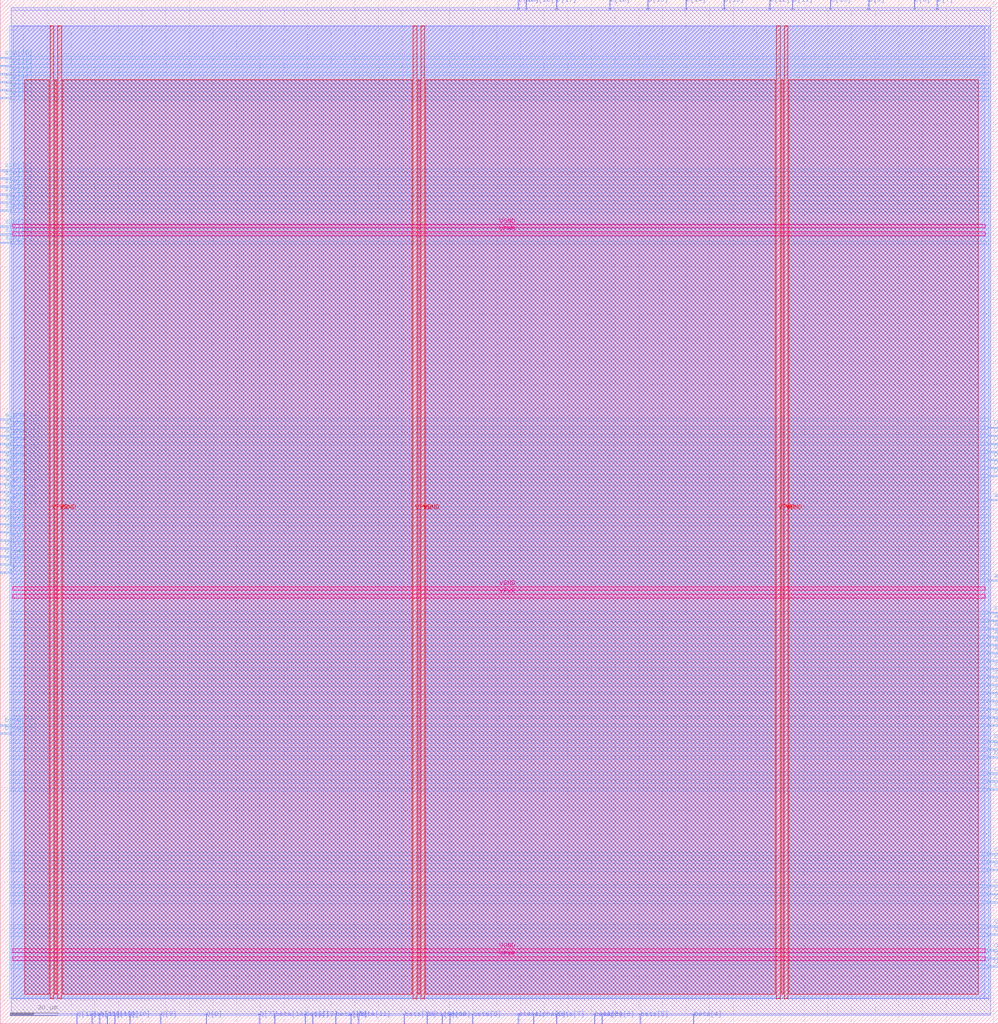
<source format=lef>
VERSION 5.7 ;
  NOWIREEXTENSIONATPIN ON ;
  DIVIDERCHAR "/" ;
  BUSBITCHARS "[]" ;
MACRO inverse_park
  CLASS BLOCK ;
  FOREIGN inverse_park ;
  ORIGIN 0.000 0.000 ;
  SIZE 422.065 BY 432.785 ;
  PIN D[0]
    DIRECTION INPUT ;
    USE SIGNAL ;
    ANTENNAGATEAREA 0.196500 ;
    PORT
      LAYER met3 ;
        RECT 418.065 231.240 422.065 231.840 ;
    END
  END D[0]
  PIN D[10]
    DIRECTION INPUT ;
    USE SIGNAL ;
    ANTENNAGATEAREA 0.213000 ;
    PORT
      LAYER met2 ;
        RECT 351.070 428.785 351.350 432.785 ;
    END
  END D[10]
  PIN D[11]
    DIRECTION INPUT ;
    USE SIGNAL ;
    ANTENNAGATEAREA 0.196500 ;
    PORT
      LAYER met2 ;
        RECT 334.970 428.785 335.250 432.785 ;
    END
  END D[11]
  PIN D[12]
    DIRECTION INPUT ;
    USE SIGNAL ;
    ANTENNAGATEAREA 0.196500 ;
    PORT
      LAYER met2 ;
        RECT 325.310 428.785 325.590 432.785 ;
    END
  END D[12]
  PIN D[13]
    DIRECTION INPUT ;
    USE SIGNAL ;
    ANTENNAGATEAREA 0.196500 ;
    PORT
      LAYER met2 ;
        RECT 305.990 428.785 306.270 432.785 ;
    END
  END D[13]
  PIN D[14]
    DIRECTION INPUT ;
    USE SIGNAL ;
    ANTENNAGATEAREA 0.159000 ;
    PORT
      LAYER met2 ;
        RECT 289.890 428.785 290.170 432.785 ;
    END
  END D[14]
  PIN D[15]
    DIRECTION INPUT ;
    USE SIGNAL ;
    ANTENNAGATEAREA 0.196500 ;
    PORT
      LAYER met2 ;
        RECT 273.790 428.785 274.070 432.785 ;
    END
  END D[15]
  PIN D[16]
    DIRECTION INPUT ;
    USE SIGNAL ;
    ANTENNAGATEAREA 0.196500 ;
    PORT
      LAYER met2 ;
        RECT 257.690 428.785 257.970 432.785 ;
    END
  END D[16]
  PIN D[17]
    DIRECTION INPUT ;
    USE SIGNAL ;
    ANTENNAGATEAREA 0.213000 ;
    PORT
      LAYER met2 ;
        RECT 235.150 428.785 235.430 432.785 ;
    END
  END D[17]
  PIN D[18]
    DIRECTION INPUT ;
    USE SIGNAL ;
    ANTENNAGATEAREA 0.159000 ;
    PORT
      LAYER met2 ;
        RECT 219.050 428.785 219.330 432.785 ;
    END
  END D[18]
  PIN D[1]
    DIRECTION INPUT ;
    USE SIGNAL ;
    ANTENNAGATEAREA 0.159000 ;
    PORT
      LAYER met3 ;
        RECT 418.065 234.640 422.065 235.240 ;
    END
  END D[1]
  PIN D[2]
    DIRECTION INPUT ;
    USE SIGNAL ;
    ANTENNAGATEAREA 0.213000 ;
    PORT
      LAYER met3 ;
        RECT 418.065 238.040 422.065 238.640 ;
    END
  END D[2]
  PIN D[3]
    DIRECTION INPUT ;
    USE SIGNAL ;
    ANTENNAGATEAREA 0.159000 ;
    PORT
      LAYER met3 ;
        RECT 418.065 241.440 422.065 242.040 ;
    END
  END D[3]
  PIN D[4]
    DIRECTION INPUT ;
    USE SIGNAL ;
    ANTENNAGATEAREA 0.196500 ;
    PORT
      LAYER met3 ;
        RECT 418.065 244.840 422.065 245.440 ;
    END
  END D[4]
  PIN D[5]
    DIRECTION INPUT ;
    USE SIGNAL ;
    ANTENNAGATEAREA 0.213000 ;
    PORT
      LAYER met3 ;
        RECT 418.065 248.240 422.065 248.840 ;
    END
  END D[5]
  PIN D[6]
    DIRECTION INPUT ;
    USE SIGNAL ;
    ANTENNAGATEAREA 0.196500 ;
    PORT
      LAYER met3 ;
        RECT 418.065 251.640 422.065 252.240 ;
    END
  END D[6]
  PIN D[7]
    DIRECTION INPUT ;
    USE SIGNAL ;
    ANTENNAGATEAREA 0.159000 ;
    PORT
      LAYER met2 ;
        RECT 396.150 428.785 396.430 432.785 ;
    END
  END D[7]
  PIN D[8]
    DIRECTION INPUT ;
    USE SIGNAL ;
    ANTENNAGATEAREA 0.196500 ;
    PORT
      LAYER met2 ;
        RECT 386.490 428.785 386.770 432.785 ;
    END
  END D[8]
  PIN D[9]
    DIRECTION INPUT ;
    USE SIGNAL ;
    ANTENNAGATEAREA 0.213000 ;
    PORT
      LAYER met2 ;
        RECT 367.170 428.785 367.450 432.785 ;
    END
  END D[9]
  PIN Q[0]
    DIRECTION INPUT ;
    USE SIGNAL ;
    ANTENNAGATEAREA 0.213000 ;
    PORT
      LAYER met3 ;
        RECT 418.065 40.840 422.065 41.440 ;
    END
  END Q[0]
  PIN Q[10]
    DIRECTION INPUT ;
    USE SIGNAL ;
    ANTENNAGATEAREA 0.213000 ;
    PORT
      LAYER met2 ;
        RECT 54.830 0.000 55.110 4.000 ;
    END
  END Q[10]
  PIN Q[11]
    DIRECTION INPUT ;
    USE SIGNAL ;
    ANTENNAGATEAREA 0.196500 ;
    PORT
      LAYER met2 ;
        RECT 41.950 0.000 42.230 4.000 ;
    END
  END Q[11]
  PIN Q[12]
    DIRECTION INPUT ;
    USE SIGNAL ;
    ANTENNAGATEAREA 0.196500 ;
    PORT
      LAYER met2 ;
        RECT 32.290 0.000 32.570 4.000 ;
    END
  END Q[12]
  PIN Q[13]
    DIRECTION INPUT ;
    USE SIGNAL ;
    ANTENNAGATEAREA 0.196500 ;
    PORT
      LAYER met3 ;
        RECT 0.000 207.440 4.000 208.040 ;
    END
  END Q[13]
  PIN Q[14]
    DIRECTION INPUT ;
    USE SIGNAL ;
    ANTENNAGATEAREA 0.247500 ;
    PORT
      LAYER met3 ;
        RECT 0.000 197.240 4.000 197.840 ;
    END
  END Q[14]
  PIN Q[15]
    DIRECTION INPUT ;
    USE SIGNAL ;
    ANTENNAGATEAREA 0.495000 ;
    PORT
      LAYER met3 ;
        RECT 0.000 193.840 4.000 194.440 ;
    END
  END Q[15]
  PIN Q[16]
    DIRECTION INPUT ;
    USE SIGNAL ;
    ANTENNAGATEAREA 0.495000 ;
    PORT
      LAYER met3 ;
        RECT 0.000 210.840 4.000 211.440 ;
    END
  END Q[16]
  PIN Q[17]
    DIRECTION INPUT ;
    USE SIGNAL ;
    ANTENNAGATEAREA 0.196500 ;
    PORT
      LAYER met3 ;
        RECT 0.000 200.640 4.000 201.240 ;
    END
  END Q[17]
  PIN Q[18]
    DIRECTION INPUT ;
    USE SIGNAL ;
    ANTENNAGATEAREA 0.196500 ;
    PORT
      LAYER met3 ;
        RECT 0.000 214.240 4.000 214.840 ;
    END
  END Q[18]
  PIN Q[1]
    DIRECTION INPUT ;
    USE SIGNAL ;
    ANTENNAGATEAREA 0.196500 ;
    PORT
      LAYER met3 ;
        RECT 418.065 37.440 422.065 38.040 ;
    END
  END Q[1]
  PIN Q[2]
    DIRECTION INPUT ;
    USE SIGNAL ;
    ANTENNAGATEAREA 0.159000 ;
    PORT
      LAYER met3 ;
        RECT 418.065 27.240 422.065 27.840 ;
    END
  END Q[2]
  PIN Q[3]
    DIRECTION INPUT ;
    USE SIGNAL ;
    ANTENNAGATEAREA 0.213000 ;
    PORT
      LAYER met3 ;
        RECT 418.065 23.840 422.065 24.440 ;
    END
  END Q[3]
  PIN Q[4]
    DIRECTION INPUT ;
    USE SIGNAL ;
    ANTENNAGATEAREA 0.196500 ;
    PORT
      LAYER met3 ;
        RECT 418.065 30.640 422.065 31.240 ;
    END
  END Q[4]
  PIN Q[5]
    DIRECTION INPUT ;
    USE SIGNAL ;
    ANTENNAGATEAREA 0.196500 ;
    PORT
      LAYER met2 ;
        RECT 148.210 0.000 148.490 4.000 ;
    END
  END Q[5]
  PIN Q[6]
    DIRECTION INPUT ;
    USE SIGNAL ;
    ANTENNAGATEAREA 0.196500 ;
    PORT
      LAYER met2 ;
        RECT 132.110 0.000 132.390 4.000 ;
    END
  END Q[6]
  PIN Q[7]
    DIRECTION INPUT ;
    USE SIGNAL ;
    ANTENNAGATEAREA 0.159000 ;
    PORT
      LAYER met2 ;
        RECT 109.570 0.000 109.850 4.000 ;
    END
  END Q[7]
  PIN Q[8]
    DIRECTION INPUT ;
    USE SIGNAL ;
    ANTENNAGATEAREA 0.196500 ;
    PORT
      LAYER met2 ;
        RECT 87.030 0.000 87.310 4.000 ;
    END
  END Q[8]
  PIN Q[9]
    DIRECTION INPUT ;
    USE SIGNAL ;
    ANTENNAGATEAREA 0.213000 ;
    PORT
      LAYER met2 ;
        RECT 67.710 0.000 67.990 4.000 ;
    END
  END Q[9]
  PIN VGND
    DIRECTION INOUT ;
    USE GROUND ;
    PORT
      LAYER met4 ;
        RECT 24.340 10.640 25.940 421.840 ;
    END
    PORT
      LAYER met4 ;
        RECT 177.940 10.640 179.540 421.840 ;
    END
    PORT
      LAYER met4 ;
        RECT 331.540 10.640 333.140 421.840 ;
    END
    PORT
      LAYER met5 ;
        RECT 5.280 30.030 416.540 31.630 ;
    END
    PORT
      LAYER met5 ;
        RECT 5.280 183.210 416.540 184.810 ;
    END
    PORT
      LAYER met5 ;
        RECT 5.280 336.390 416.540 337.990 ;
    END
  END VGND
  PIN VPWR
    DIRECTION INOUT ;
    USE POWER ;
    PORT
      LAYER met4 ;
        RECT 21.040 10.640 22.640 421.840 ;
    END
    PORT
      LAYER met4 ;
        RECT 174.640 10.640 176.240 421.840 ;
    END
    PORT
      LAYER met4 ;
        RECT 328.240 10.640 329.840 421.840 ;
    END
    PORT
      LAYER met5 ;
        RECT 5.280 26.730 416.540 28.330 ;
    END
    PORT
      LAYER met5 ;
        RECT 5.280 179.910 416.540 181.510 ;
    END
    PORT
      LAYER met5 ;
        RECT 5.280 333.090 416.540 334.690 ;
    END
  END VPWR
  PIN alpha[0]
    DIRECTION OUTPUT ;
    USE SIGNAL ;
    ANTENNADIFFAREA 0.445500 ;
    PORT
      LAYER met3 ;
        RECT 418.065 221.040 422.065 221.640 ;
    END
  END alpha[0]
  PIN alpha[10]
    DIRECTION OUTPUT ;
    USE SIGNAL ;
    ANTENNADIFFAREA 0.795200 ;
    PORT
      LAYER met3 ;
        RECT 0.000 231.240 4.000 231.840 ;
    END
  END alpha[10]
  PIN alpha[11]
    DIRECTION OUTPUT ;
    USE SIGNAL ;
    ANTENNADIFFAREA 0.795200 ;
    PORT
      LAYER met3 ;
        RECT 0.000 227.840 4.000 228.440 ;
    END
  END alpha[11]
  PIN alpha[12]
    DIRECTION OUTPUT ;
    USE SIGNAL ;
    ANTENNADIFFAREA 0.795200 ;
    PORT
      LAYER met3 ;
        RECT 0.000 238.040 4.000 238.640 ;
    END
  END alpha[12]
  PIN alpha[13]
    DIRECTION OUTPUT ;
    USE SIGNAL ;
    ANTENNADIFFAREA 0.795200 ;
    PORT
      LAYER met3 ;
        RECT 0.000 241.440 4.000 242.040 ;
    END
  END alpha[13]
  PIN alpha[14]
    DIRECTION OUTPUT ;
    USE SIGNAL ;
    ANTENNADIFFAREA 0.795200 ;
    PORT
      LAYER met3 ;
        RECT 0.000 255.040 4.000 255.640 ;
    END
  END alpha[14]
  PIN alpha[15]
    DIRECTION OUTPUT ;
    USE SIGNAL ;
    ANTENNADIFFAREA 0.795200 ;
    PORT
      LAYER met3 ;
        RECT 0.000 244.840 4.000 245.440 ;
    END
  END alpha[15]
  PIN alpha[16]
    DIRECTION OUTPUT ;
    USE SIGNAL ;
    ANTENNADIFFAREA 0.795200 ;
    PORT
      LAYER met3 ;
        RECT 0.000 251.640 4.000 252.240 ;
    END
  END alpha[16]
  PIN alpha[17]
    DIRECTION OUTPUT ;
    USE SIGNAL ;
    ANTENNADIFFAREA 0.795200 ;
    PORT
      LAYER met3 ;
        RECT 0.000 234.640 4.000 235.240 ;
    END
  END alpha[17]
  PIN alpha[18]
    DIRECTION OUTPUT ;
    USE SIGNAL ;
    ANTENNADIFFAREA 0.795200 ;
    PORT
      LAYER met3 ;
        RECT 0.000 248.240 4.000 248.840 ;
    END
  END alpha[18]
  PIN alpha[1]
    DIRECTION OUTPUT ;
    USE SIGNAL ;
    ANTENNADIFFAREA 0.795200 ;
    PORT
      LAYER met3 ;
        RECT 418.065 156.440 422.065 157.040 ;
    END
  END alpha[1]
  PIN alpha[2]
    DIRECTION OUTPUT ;
    USE SIGNAL ;
    ANTENNADIFFAREA 0.795200 ;
    PORT
      LAYER met3 ;
        RECT 418.065 170.040 422.065 170.640 ;
    END
  END alpha[2]
  PIN alpha[3]
    DIRECTION OUTPUT ;
    USE SIGNAL ;
    ANTENNADIFFAREA 0.795200 ;
    PORT
      LAYER met3 ;
        RECT 418.065 159.840 422.065 160.440 ;
    END
  END alpha[3]
  PIN alpha[4]
    DIRECTION OUTPUT ;
    USE SIGNAL ;
    ANTENNADIFFAREA 0.445500 ;
    PORT
      LAYER met3 ;
        RECT 418.065 163.240 422.065 163.840 ;
    END
  END alpha[4]
  PIN alpha[5]
    DIRECTION OUTPUT ;
    USE SIGNAL ;
    ANTENNADIFFAREA 0.795200 ;
    PORT
      LAYER met3 ;
        RECT 418.065 166.640 422.065 167.240 ;
    END
  END alpha[5]
  PIN alpha[6]
    DIRECTION OUTPUT ;
    USE SIGNAL ;
    ANTENNADIFFAREA 0.795200 ;
    PORT
      LAYER met2 ;
        RECT 254.470 0.000 254.750 4.000 ;
    END
  END alpha[6]
  PIN alpha[7]
    DIRECTION OUTPUT ;
    USE SIGNAL ;
    ANTENNADIFFAREA 0.795200 ;
    PORT
      LAYER met3 ;
        RECT 418.065 187.040 422.065 187.640 ;
    END
  END alpha[7]
  PIN alpha[8]
    DIRECTION OUTPUT ;
    USE SIGNAL ;
    ANTENNADIFFAREA 0.795200 ;
    PORT
      LAYER met2 ;
        RECT 225.490 0.000 225.770 4.000 ;
    END
  END alpha[8]
  PIN alpha[9]
    DIRECTION OUTPUT ;
    USE SIGNAL ;
    ANTENNADIFFAREA 0.795200 ;
    PORT
      LAYER met3 ;
        RECT 0.000 221.040 4.000 221.640 ;
    END
  END alpha[9]
  PIN beta[0]
    DIRECTION OUTPUT ;
    USE SIGNAL ;
    ANTENNADIFFAREA 0.795200 ;
    PORT
      LAYER met3 ;
        RECT 418.065 112.240 422.065 112.840 ;
    END
  END beta[0]
  PIN beta[10]
    DIRECTION OUTPUT ;
    USE SIGNAL ;
    ANTENNADIFFAREA 0.795200 ;
    PORT
      LAYER met2 ;
        RECT 170.750 0.000 171.030 4.000 ;
    END
  END beta[10]
  PIN beta[11]
    DIRECTION OUTPUT ;
    USE SIGNAL ;
    ANTENNADIFFAREA 0.795200 ;
    PORT
      LAYER met2 ;
        RECT 151.430 0.000 151.710 4.000 ;
    END
  END beta[11]
  PIN beta[12]
    DIRECTION OUTPUT ;
    USE SIGNAL ;
    ANTENNADIFFAREA 0.795200 ;
    PORT
      LAYER met2 ;
        RECT 141.770 0.000 142.050 4.000 ;
    END
  END beta[12]
  PIN beta[13]
    DIRECTION OUTPUT ;
    USE SIGNAL ;
    ANTENNADIFFAREA 0.795200 ;
    PORT
      LAYER met2 ;
        RECT 128.890 0.000 129.170 4.000 ;
    END
  END beta[13]
  PIN beta[14]
    DIRECTION OUTPUT ;
    USE SIGNAL ;
    ANTENNADIFFAREA 0.795200 ;
    PORT
      LAYER met2 ;
        RECT 116.010 0.000 116.290 4.000 ;
    END
  END beta[14]
  PIN beta[15]
    DIRECTION OUTPUT ;
    USE SIGNAL ;
    ANTENNADIFFAREA 0.795200 ;
    PORT
      LAYER met3 ;
        RECT 0.000 122.440 4.000 123.040 ;
    END
  END beta[15]
  PIN beta[16]
    DIRECTION OUTPUT ;
    USE SIGNAL ;
    ANTENNADIFFAREA 0.795200 ;
    PORT
      LAYER met3 ;
        RECT 0.000 125.840 4.000 126.440 ;
    END
  END beta[16]
  PIN beta[17]
    DIRECTION OUTPUT ;
    USE SIGNAL ;
    ANTENNADIFFAREA 0.795200 ;
    PORT
      LAYER met3 ;
        RECT 0.000 217.640 4.000 218.240 ;
    END
  END beta[17]
  PIN beta[18]
    DIRECTION OUTPUT ;
    USE SIGNAL ;
    ANTENNADIFFAREA 0.795200 ;
    PORT
      LAYER met3 ;
        RECT 0.000 224.440 4.000 225.040 ;
    END
  END beta[18]
  PIN beta[1]
    DIRECTION OUTPUT ;
    USE SIGNAL ;
    ANTENNADIFFAREA 0.795200 ;
    PORT
      LAYER met3 ;
        RECT 418.065 115.640 422.065 116.240 ;
    END
  END beta[1]
  PIN beta[2]
    DIRECTION OUTPUT ;
    USE SIGNAL ;
    ANTENNADIFFAREA 0.445500 ;
    PORT
      LAYER met3 ;
        RECT 418.065 125.840 422.065 126.440 ;
    END
  END beta[2]
  PIN beta[3]
    DIRECTION OUTPUT ;
    USE SIGNAL ;
    ANTENNADIFFAREA 0.795200 ;
    PORT
      LAYER met3 ;
        RECT 418.065 119.040 422.065 119.640 ;
    END
  END beta[3]
  PIN beta[4]
    DIRECTION OUTPUT ;
    USE SIGNAL ;
    ANTENNADIFFAREA 0.795200 ;
    PORT
      LAYER met2 ;
        RECT 293.110 0.000 293.390 4.000 ;
    END
  END beta[4]
  PIN beta[5]
    DIRECTION OUTPUT ;
    USE SIGNAL ;
    ANTENNADIFFAREA 0.795200 ;
    PORT
      LAYER met2 ;
        RECT 270.570 0.000 270.850 4.000 ;
    END
  END beta[5]
  PIN beta[6]
    DIRECTION OUTPUT ;
    USE SIGNAL ;
    ANTENNADIFFAREA 0.795200 ;
    PORT
      LAYER met2 ;
        RECT 251.250 0.000 251.530 4.000 ;
    END
  END beta[6]
  PIN beta[7]
    DIRECTION OUTPUT ;
    USE SIGNAL ;
    ANTENNADIFFAREA 0.795200 ;
    PORT
      LAYER met2 ;
        RECT 235.150 0.000 235.430 4.000 ;
    END
  END beta[7]
  PIN beta[8]
    DIRECTION OUTPUT ;
    USE SIGNAL ;
    ANTENNADIFFAREA 0.795200 ;
    PORT
      LAYER met2 ;
        RECT 199.730 0.000 200.010 4.000 ;
    END
  END beta[8]
  PIN beta[9]
    DIRECTION OUTPUT ;
    USE SIGNAL ;
    ANTENNADIFFAREA 0.795200 ;
    PORT
      LAYER met2 ;
        RECT 180.410 0.000 180.690 4.000 ;
    END
  END beta[9]
  PIN clk
    DIRECTION INPUT ;
    USE SIGNAL ;
    ANTENNAGATEAREA 0.852000 ;
    PORT
      LAYER met3 ;
        RECT 0.000 190.440 4.000 191.040 ;
    END
  END clk
  PIN cos[0]
    DIRECTION INPUT ;
    USE SIGNAL ;
    ANTENNAGATEAREA 0.247500 ;
    PORT
      LAYER met3 ;
        RECT 418.065 98.640 422.065 99.240 ;
    END
  END cos[0]
  PIN cos[10]
    DIRECTION INPUT ;
    USE SIGNAL ;
    ANTENNAGATEAREA 0.213000 ;
    PORT
      LAYER met2 ;
        RECT 45.170 0.000 45.450 4.000 ;
    END
  END cos[10]
  PIN cos[11]
    DIRECTION INPUT ;
    USE SIGNAL ;
    ANTENNAGATEAREA 0.159000 ;
    PORT
      LAYER met2 ;
        RECT 38.730 0.000 39.010 4.000 ;
    END
  END cos[11]
  PIN cos[12]
    DIRECTION INPUT ;
    USE SIGNAL ;
    ANTENNAGATEAREA 0.159000 ;
    PORT
      LAYER met3 ;
        RECT 0.000 404.640 4.000 405.240 ;
    END
  END cos[12]
  PIN cos[13]
    DIRECTION INPUT ;
    USE SIGNAL ;
    ANTENNAGATEAREA 0.126000 ;
    PORT
      LAYER met3 ;
        RECT 0.000 401.240 4.000 401.840 ;
    END
  END cos[13]
  PIN cos[14]
    DIRECTION INPUT ;
    USE SIGNAL ;
    ANTENNAGATEAREA 0.213000 ;
    PORT
      LAYER met3 ;
        RECT 0.000 397.840 4.000 398.440 ;
    END
  END cos[14]
  PIN cos[15]
    DIRECTION INPUT ;
    USE SIGNAL ;
    ANTENNAGATEAREA 0.196500 ;
    PORT
      LAYER met3 ;
        RECT 0.000 408.040 4.000 408.640 ;
    END
  END cos[15]
  PIN cos[16]
    DIRECTION INPUT ;
    USE SIGNAL ;
    ANTENNAGATEAREA 0.196500 ;
    PORT
      LAYER met3 ;
        RECT 0.000 394.440 4.000 395.040 ;
    END
  END cos[16]
  PIN cos[17]
    DIRECTION INPUT ;
    USE SIGNAL ;
    ANTENNAGATEAREA 0.196500 ;
    PORT
      LAYER met3 ;
        RECT 0.000 391.040 4.000 391.640 ;
    END
  END cos[17]
  PIN cos[18]
    DIRECTION INPUT ;
    USE SIGNAL ;
    ANTENNAGATEAREA 0.213000 ;
    PORT
      LAYER met2 ;
        RECT 186.850 0.000 187.130 4.000 ;
    END
  END cos[18]
  PIN cos[1]
    DIRECTION INPUT ;
    USE SIGNAL ;
    ANTENNAGATEAREA 0.742500 ;
    PORT
      LAYER met3 ;
        RECT 418.065 102.040 422.065 102.640 ;
    END
  END cos[1]
  PIN cos[2]
    DIRECTION INPUT ;
    USE SIGNAL ;
    ANTENNAGATEAREA 0.196500 ;
    PORT
      LAYER met3 ;
        RECT 418.065 105.440 422.065 106.040 ;
    END
  END cos[2]
  PIN cos[3]
    DIRECTION INPUT ;
    USE SIGNAL ;
    ANTENNAGATEAREA 0.213000 ;
    PORT
      LAYER met3 ;
        RECT 418.065 64.640 422.065 65.240 ;
    END
  END cos[3]
  PIN cos[4]
    DIRECTION INPUT ;
    USE SIGNAL ;
    ANTENNAGATEAREA 0.213000 ;
    PORT
      LAYER met3 ;
        RECT 418.065 68.040 422.065 68.640 ;
    END
  END cos[4]
  PIN cos[5]
    DIRECTION INPUT ;
    USE SIGNAL ;
    ANTENNAGATEAREA 0.196500 ;
    PORT
      LAYER met3 ;
        RECT 418.065 71.440 422.065 72.040 ;
    END
  END cos[5]
  PIN cos[6]
    DIRECTION INPUT ;
    USE SIGNAL ;
    ANTENNAGATEAREA 0.196500 ;
    PORT
      LAYER met3 ;
        RECT 418.065 51.040 422.065 51.640 ;
    END
  END cos[6]
  PIN cos[7]
    DIRECTION INPUT ;
    USE SIGNAL ;
    ANTENNAGATEAREA 0.196500 ;
    PORT
      LAYER met3 ;
        RECT 418.065 54.440 422.065 55.040 ;
    END
  END cos[7]
  PIN cos[8]
    DIRECTION INPUT ;
    USE SIGNAL ;
    ANTENNAGATEAREA 0.247500 ;
    PORT
      LAYER met3 ;
        RECT 418.065 57.840 422.065 58.440 ;
    END
  END cos[8]
  PIN cos[9]
    DIRECTION INPUT ;
    USE SIGNAL ;
    ANTENNAGATEAREA 0.247500 ;
    PORT
      LAYER met2 ;
        RECT 48.390 0.000 48.670 4.000 ;
    END
  END cos[9]
  PIN done
    DIRECTION OUTPUT ;
    USE SIGNAL ;
    ANTENNADIFFAREA 0.795200 ;
    PORT
      LAYER met2 ;
        RECT 190.070 0.000 190.350 4.000 ;
    END
  END done
  PIN rstb
    DIRECTION INPUT ;
    USE SIGNAL ;
    ANTENNAGATEAREA 0.159000 ;
    PORT
      LAYER met3 ;
        RECT 0.000 204.040 4.000 204.640 ;
    END
  END rstb
  PIN sin[0]
    DIRECTION INPUT ;
    USE SIGNAL ;
    ANTENNAGATEAREA 0.247500 ;
    PORT
      LAYER met3 ;
        RECT 418.065 129.240 422.065 129.840 ;
    END
  END sin[0]
  PIN sin[10]
    DIRECTION INPUT ;
    USE SIGNAL ;
    ANTENNAGATEAREA 0.247500 ;
    PORT
      LAYER met3 ;
        RECT 0.000 360.440 4.000 361.040 ;
    END
  END sin[10]
  PIN sin[11]
    DIRECTION INPUT ;
    USE SIGNAL ;
    ANTENNAGATEAREA 0.213000 ;
    PORT
      LAYER met3 ;
        RECT 0.000 357.040 4.000 357.640 ;
    END
  END sin[11]
  PIN sin[12]
    DIRECTION INPUT ;
    USE SIGNAL ;
    ANTENNAGATEAREA 0.247500 ;
    PORT
      LAYER met3 ;
        RECT 0.000 353.640 4.000 354.240 ;
    END
  END sin[12]
  PIN sin[13]
    DIRECTION INPUT ;
    USE SIGNAL ;
    ANTENNAGATEAREA 0.213000 ;
    PORT
      LAYER met3 ;
        RECT 0.000 350.240 4.000 350.840 ;
    END
  END sin[13]
  PIN sin[14]
    DIRECTION INPUT ;
    USE SIGNAL ;
    ANTENNAGATEAREA 0.213000 ;
    PORT
      LAYER met3 ;
        RECT 0.000 346.840 4.000 347.440 ;
    END
  END sin[14]
  PIN sin[15]
    DIRECTION INPUT ;
    USE SIGNAL ;
    ANTENNAGATEAREA 0.196500 ;
    PORT
      LAYER met3 ;
        RECT 0.000 336.640 4.000 337.240 ;
    END
  END sin[15]
  PIN sin[16]
    DIRECTION INPUT ;
    USE SIGNAL ;
    ANTENNAGATEAREA 0.196500 ;
    PORT
      LAYER met3 ;
        RECT 0.000 333.240 4.000 333.840 ;
    END
  END sin[16]
  PIN sin[17]
    DIRECTION INPUT ;
    USE SIGNAL ;
    ANTENNAGATEAREA 0.213000 ;
    PORT
      LAYER met3 ;
        RECT 0.000 329.840 4.000 330.440 ;
    END
  END sin[17]
  PIN sin[18]
    DIRECTION INPUT ;
    USE SIGNAL ;
    ANTENNAGATEAREA 0.213000 ;
    PORT
      LAYER met2 ;
        RECT 222.270 428.785 222.550 432.785 ;
    END
  END sin[18]
  PIN sin[1]
    DIRECTION INPUT ;
    USE SIGNAL ;
    ANTENNAGATEAREA 0.247500 ;
    PORT
      LAYER met3 ;
        RECT 418.065 132.640 422.065 133.240 ;
    END
  END sin[1]
  PIN sin[2]
    DIRECTION INPUT ;
    USE SIGNAL ;
    ANTENNAGATEAREA 0.213000 ;
    PORT
      LAYER met3 ;
        RECT 418.065 136.040 422.065 136.640 ;
    END
  END sin[2]
  PIN sin[3]
    DIRECTION INPUT ;
    USE SIGNAL ;
    ANTENNAGATEAREA 0.196500 ;
    PORT
      LAYER met3 ;
        RECT 418.065 173.440 422.065 174.040 ;
    END
  END sin[3]
  PIN sin[4]
    DIRECTION INPUT ;
    USE SIGNAL ;
    ANTENNAGATEAREA 0.196500 ;
    PORT
      LAYER met3 ;
        RECT 418.065 142.840 422.065 143.440 ;
    END
  END sin[4]
  PIN sin[5]
    DIRECTION INPUT ;
    USE SIGNAL ;
    ANTENNAGATEAREA 0.213000 ;
    PORT
      LAYER met3 ;
        RECT 418.065 139.440 422.065 140.040 ;
    END
  END sin[5]
  PIN sin[6]
    DIRECTION INPUT ;
    USE SIGNAL ;
    ANTENNAGATEAREA 0.196500 ;
    PORT
      LAYER met3 ;
        RECT 418.065 149.640 422.065 150.240 ;
    END
  END sin[6]
  PIN sin[7]
    DIRECTION INPUT ;
    USE SIGNAL ;
    ANTENNAGATEAREA 0.213000 ;
    PORT
      LAYER met3 ;
        RECT 418.065 153.040 422.065 153.640 ;
    END
  END sin[7]
  PIN sin[8]
    DIRECTION INPUT ;
    USE SIGNAL ;
    ANTENNAGATEAREA 0.213000 ;
    PORT
      LAYER met3 ;
        RECT 418.065 146.240 422.065 146.840 ;
    END
  END sin[8]
  PIN sin[9]
    DIRECTION INPUT ;
    USE SIGNAL ;
    ANTENNAGATEAREA 0.213000 ;
    PORT
      LAYER met3 ;
        RECT 0.000 343.440 4.000 344.040 ;
    END
  END sin[9]
  PIN start
    DIRECTION INPUT ;
    USE SIGNAL ;
    ANTENNAGATEAREA 0.196500 ;
    PORT
      LAYER met2 ;
        RECT 219.050 0.000 219.330 4.000 ;
    END
  END start
  OBS
      LAYER li1 ;
        RECT 5.520 10.795 416.300 421.685 ;
      LAYER met1 ;
        RECT 4.670 10.640 418.990 421.840 ;
      LAYER met2 ;
        RECT 4.690 428.505 218.770 429.490 ;
        RECT 219.610 428.505 221.990 429.490 ;
        RECT 222.830 428.505 234.870 429.490 ;
        RECT 235.710 428.505 257.410 429.490 ;
        RECT 258.250 428.505 273.510 429.490 ;
        RECT 274.350 428.505 289.610 429.490 ;
        RECT 290.450 428.505 305.710 429.490 ;
        RECT 306.550 428.505 325.030 429.490 ;
        RECT 325.870 428.505 334.690 429.490 ;
        RECT 335.530 428.505 350.790 429.490 ;
        RECT 351.630 428.505 366.890 429.490 ;
        RECT 367.730 428.505 386.210 429.490 ;
        RECT 387.050 428.505 395.870 429.490 ;
        RECT 396.710 428.505 418.960 429.490 ;
        RECT 4.690 4.280 418.960 428.505 ;
        RECT 4.690 3.670 32.010 4.280 ;
        RECT 32.850 3.670 38.450 4.280 ;
        RECT 39.290 3.670 41.670 4.280 ;
        RECT 42.510 3.670 44.890 4.280 ;
        RECT 45.730 3.670 48.110 4.280 ;
        RECT 48.950 3.670 54.550 4.280 ;
        RECT 55.390 3.670 67.430 4.280 ;
        RECT 68.270 3.670 86.750 4.280 ;
        RECT 87.590 3.670 109.290 4.280 ;
        RECT 110.130 3.670 115.730 4.280 ;
        RECT 116.570 3.670 128.610 4.280 ;
        RECT 129.450 3.670 131.830 4.280 ;
        RECT 132.670 3.670 141.490 4.280 ;
        RECT 142.330 3.670 147.930 4.280 ;
        RECT 148.770 3.670 151.150 4.280 ;
        RECT 151.990 3.670 170.470 4.280 ;
        RECT 171.310 3.670 180.130 4.280 ;
        RECT 180.970 3.670 186.570 4.280 ;
        RECT 187.410 3.670 189.790 4.280 ;
        RECT 190.630 3.670 199.450 4.280 ;
        RECT 200.290 3.670 218.770 4.280 ;
        RECT 219.610 3.670 225.210 4.280 ;
        RECT 226.050 3.670 234.870 4.280 ;
        RECT 235.710 3.670 250.970 4.280 ;
        RECT 251.810 3.670 254.190 4.280 ;
        RECT 255.030 3.670 270.290 4.280 ;
        RECT 271.130 3.670 292.830 4.280 ;
        RECT 293.670 3.670 418.960 4.280 ;
      LAYER met3 ;
        RECT 3.990 409.040 418.065 421.765 ;
        RECT 4.400 407.640 418.065 409.040 ;
        RECT 3.990 405.640 418.065 407.640 ;
        RECT 4.400 404.240 418.065 405.640 ;
        RECT 3.990 402.240 418.065 404.240 ;
        RECT 4.400 400.840 418.065 402.240 ;
        RECT 3.990 398.840 418.065 400.840 ;
        RECT 4.400 397.440 418.065 398.840 ;
        RECT 3.990 395.440 418.065 397.440 ;
        RECT 4.400 394.040 418.065 395.440 ;
        RECT 3.990 392.040 418.065 394.040 ;
        RECT 4.400 390.640 418.065 392.040 ;
        RECT 3.990 361.440 418.065 390.640 ;
        RECT 4.400 360.040 418.065 361.440 ;
        RECT 3.990 358.040 418.065 360.040 ;
        RECT 4.400 356.640 418.065 358.040 ;
        RECT 3.990 354.640 418.065 356.640 ;
        RECT 4.400 353.240 418.065 354.640 ;
        RECT 3.990 351.240 418.065 353.240 ;
        RECT 4.400 349.840 418.065 351.240 ;
        RECT 3.990 347.840 418.065 349.840 ;
        RECT 4.400 346.440 418.065 347.840 ;
        RECT 3.990 344.440 418.065 346.440 ;
        RECT 4.400 343.040 418.065 344.440 ;
        RECT 3.990 337.640 418.065 343.040 ;
        RECT 4.400 336.240 418.065 337.640 ;
        RECT 3.990 334.240 418.065 336.240 ;
        RECT 4.400 332.840 418.065 334.240 ;
        RECT 3.990 330.840 418.065 332.840 ;
        RECT 4.400 329.440 418.065 330.840 ;
        RECT 3.990 256.040 418.065 329.440 ;
        RECT 4.400 254.640 418.065 256.040 ;
        RECT 3.990 252.640 418.065 254.640 ;
        RECT 4.400 251.240 417.665 252.640 ;
        RECT 3.990 249.240 418.065 251.240 ;
        RECT 4.400 247.840 417.665 249.240 ;
        RECT 3.990 245.840 418.065 247.840 ;
        RECT 4.400 244.440 417.665 245.840 ;
        RECT 3.990 242.440 418.065 244.440 ;
        RECT 4.400 241.040 417.665 242.440 ;
        RECT 3.990 239.040 418.065 241.040 ;
        RECT 4.400 237.640 417.665 239.040 ;
        RECT 3.990 235.640 418.065 237.640 ;
        RECT 4.400 234.240 417.665 235.640 ;
        RECT 3.990 232.240 418.065 234.240 ;
        RECT 4.400 230.840 417.665 232.240 ;
        RECT 3.990 228.840 418.065 230.840 ;
        RECT 4.400 227.440 418.065 228.840 ;
        RECT 3.990 225.440 418.065 227.440 ;
        RECT 4.400 224.040 418.065 225.440 ;
        RECT 3.990 222.040 418.065 224.040 ;
        RECT 4.400 220.640 417.665 222.040 ;
        RECT 3.990 218.640 418.065 220.640 ;
        RECT 4.400 217.240 418.065 218.640 ;
        RECT 3.990 215.240 418.065 217.240 ;
        RECT 4.400 213.840 418.065 215.240 ;
        RECT 3.990 211.840 418.065 213.840 ;
        RECT 4.400 210.440 418.065 211.840 ;
        RECT 3.990 208.440 418.065 210.440 ;
        RECT 4.400 207.040 418.065 208.440 ;
        RECT 3.990 205.040 418.065 207.040 ;
        RECT 4.400 203.640 418.065 205.040 ;
        RECT 3.990 201.640 418.065 203.640 ;
        RECT 4.400 200.240 418.065 201.640 ;
        RECT 3.990 198.240 418.065 200.240 ;
        RECT 4.400 196.840 418.065 198.240 ;
        RECT 3.990 194.840 418.065 196.840 ;
        RECT 4.400 193.440 418.065 194.840 ;
        RECT 3.990 191.440 418.065 193.440 ;
        RECT 4.400 190.040 418.065 191.440 ;
        RECT 3.990 188.040 418.065 190.040 ;
        RECT 3.990 186.640 417.665 188.040 ;
        RECT 3.990 174.440 418.065 186.640 ;
        RECT 3.990 173.040 417.665 174.440 ;
        RECT 3.990 171.040 418.065 173.040 ;
        RECT 3.990 169.640 417.665 171.040 ;
        RECT 3.990 167.640 418.065 169.640 ;
        RECT 3.990 166.240 417.665 167.640 ;
        RECT 3.990 164.240 418.065 166.240 ;
        RECT 3.990 162.840 417.665 164.240 ;
        RECT 3.990 160.840 418.065 162.840 ;
        RECT 3.990 159.440 417.665 160.840 ;
        RECT 3.990 157.440 418.065 159.440 ;
        RECT 3.990 156.040 417.665 157.440 ;
        RECT 3.990 154.040 418.065 156.040 ;
        RECT 3.990 152.640 417.665 154.040 ;
        RECT 3.990 150.640 418.065 152.640 ;
        RECT 3.990 149.240 417.665 150.640 ;
        RECT 3.990 147.240 418.065 149.240 ;
        RECT 3.990 145.840 417.665 147.240 ;
        RECT 3.990 143.840 418.065 145.840 ;
        RECT 3.990 142.440 417.665 143.840 ;
        RECT 3.990 140.440 418.065 142.440 ;
        RECT 3.990 139.040 417.665 140.440 ;
        RECT 3.990 137.040 418.065 139.040 ;
        RECT 3.990 135.640 417.665 137.040 ;
        RECT 3.990 133.640 418.065 135.640 ;
        RECT 3.990 132.240 417.665 133.640 ;
        RECT 3.990 130.240 418.065 132.240 ;
        RECT 3.990 128.840 417.665 130.240 ;
        RECT 3.990 126.840 418.065 128.840 ;
        RECT 4.400 125.440 417.665 126.840 ;
        RECT 3.990 123.440 418.065 125.440 ;
        RECT 4.400 122.040 418.065 123.440 ;
        RECT 3.990 120.040 418.065 122.040 ;
        RECT 3.990 118.640 417.665 120.040 ;
        RECT 3.990 116.640 418.065 118.640 ;
        RECT 3.990 115.240 417.665 116.640 ;
        RECT 3.990 113.240 418.065 115.240 ;
        RECT 3.990 111.840 417.665 113.240 ;
        RECT 3.990 106.440 418.065 111.840 ;
        RECT 3.990 105.040 417.665 106.440 ;
        RECT 3.990 103.040 418.065 105.040 ;
        RECT 3.990 101.640 417.665 103.040 ;
        RECT 3.990 99.640 418.065 101.640 ;
        RECT 3.990 98.240 417.665 99.640 ;
        RECT 3.990 72.440 418.065 98.240 ;
        RECT 3.990 71.040 417.665 72.440 ;
        RECT 3.990 69.040 418.065 71.040 ;
        RECT 3.990 67.640 417.665 69.040 ;
        RECT 3.990 65.640 418.065 67.640 ;
        RECT 3.990 64.240 417.665 65.640 ;
        RECT 3.990 58.840 418.065 64.240 ;
        RECT 3.990 57.440 417.665 58.840 ;
        RECT 3.990 55.440 418.065 57.440 ;
        RECT 3.990 54.040 417.665 55.440 ;
        RECT 3.990 52.040 418.065 54.040 ;
        RECT 3.990 50.640 417.665 52.040 ;
        RECT 3.990 41.840 418.065 50.640 ;
        RECT 3.990 40.440 417.665 41.840 ;
        RECT 3.990 38.440 418.065 40.440 ;
        RECT 3.990 37.040 417.665 38.440 ;
        RECT 3.990 31.640 418.065 37.040 ;
        RECT 3.990 30.240 417.665 31.640 ;
        RECT 3.990 28.240 418.065 30.240 ;
        RECT 3.990 26.840 417.665 28.240 ;
        RECT 3.990 24.840 418.065 26.840 ;
        RECT 3.990 23.440 417.665 24.840 ;
        RECT 3.990 10.715 418.065 23.440 ;
      LAYER met4 ;
        RECT 10.415 12.415 20.640 398.985 ;
        RECT 23.040 12.415 23.940 398.985 ;
        RECT 26.340 12.415 174.240 398.985 ;
        RECT 176.640 12.415 177.540 398.985 ;
        RECT 179.940 12.415 327.840 398.985 ;
        RECT 330.240 12.415 331.140 398.985 ;
        RECT 333.540 12.415 413.705 398.985 ;
  END
END inverse_park
END LIBRARY


</source>
